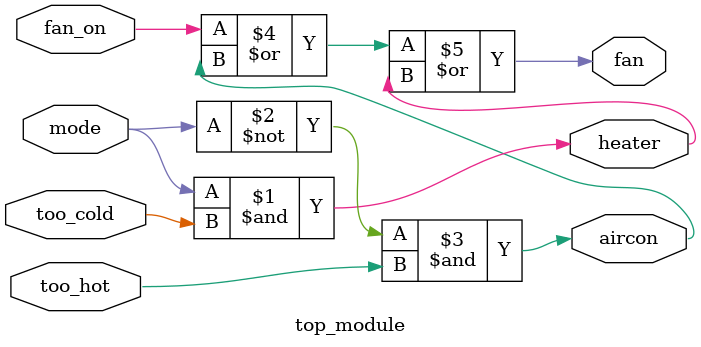
<source format=v>
module top_module (
    input too_cold,
    input too_hot,
    input mode,
    input fan_on,
    output heater,
    output aircon,
    output fan
); 
assign heater=mode&too_cold;
    assign aircon=(~mode)&too_hot;
    assign fan=fan_on|aircon|heater;
endmodule

</source>
